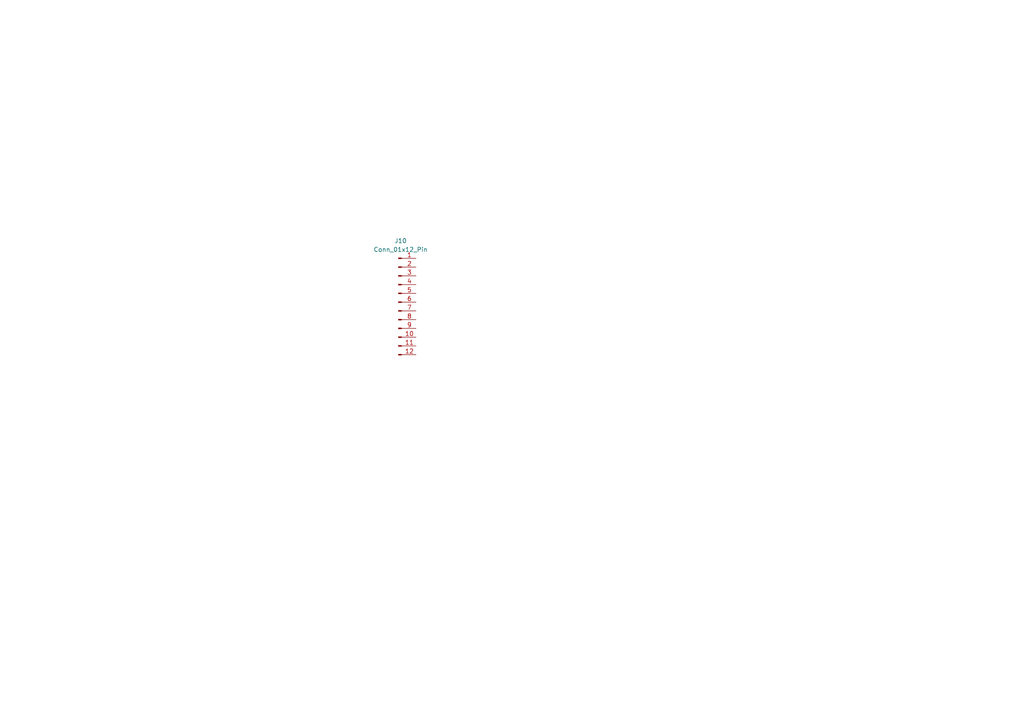
<source format=kicad_sch>
(kicad_sch
	(version 20231120)
	(generator "eeschema")
	(generator_version "8.0")
	(uuid "78292926-e778-420d-a3d2-82dcd1b987b0")
	(paper "A4")
	(lib_symbols
		(symbol "Connector:Conn_01x12_Pin"
			(pin_names
				(offset 1.016) hide)
			(exclude_from_sim no)
			(in_bom yes)
			(on_board yes)
			(property "Reference" "J"
				(at 0 15.24 0)
				(effects
					(font
						(size 1.27 1.27)
					)
				)
			)
			(property "Value" "Conn_01x12_Pin"
				(at 0 -17.78 0)
				(effects
					(font
						(size 1.27 1.27)
					)
				)
			)
			(property "Footprint" ""
				(at 0 0 0)
				(effects
					(font
						(size 1.27 1.27)
					)
					(hide yes)
				)
			)
			(property "Datasheet" "~"
				(at 0 0 0)
				(effects
					(font
						(size 1.27 1.27)
					)
					(hide yes)
				)
			)
			(property "Description" "Generic connector, single row, 01x12, script generated"
				(at 0 0 0)
				(effects
					(font
						(size 1.27 1.27)
					)
					(hide yes)
				)
			)
			(property "ki_locked" ""
				(at 0 0 0)
				(effects
					(font
						(size 1.27 1.27)
					)
				)
			)
			(property "ki_keywords" "connector"
				(at 0 0 0)
				(effects
					(font
						(size 1.27 1.27)
					)
					(hide yes)
				)
			)
			(property "ki_fp_filters" "Connector*:*_1x??_*"
				(at 0 0 0)
				(effects
					(font
						(size 1.27 1.27)
					)
					(hide yes)
				)
			)
			(symbol "Conn_01x12_Pin_1_1"
				(polyline
					(pts
						(xy 1.27 -15.24) (xy 0.8636 -15.24)
					)
					(stroke
						(width 0.1524)
						(type default)
					)
					(fill
						(type none)
					)
				)
				(polyline
					(pts
						(xy 1.27 -12.7) (xy 0.8636 -12.7)
					)
					(stroke
						(width 0.1524)
						(type default)
					)
					(fill
						(type none)
					)
				)
				(polyline
					(pts
						(xy 1.27 -10.16) (xy 0.8636 -10.16)
					)
					(stroke
						(width 0.1524)
						(type default)
					)
					(fill
						(type none)
					)
				)
				(polyline
					(pts
						(xy 1.27 -7.62) (xy 0.8636 -7.62)
					)
					(stroke
						(width 0.1524)
						(type default)
					)
					(fill
						(type none)
					)
				)
				(polyline
					(pts
						(xy 1.27 -5.08) (xy 0.8636 -5.08)
					)
					(stroke
						(width 0.1524)
						(type default)
					)
					(fill
						(type none)
					)
				)
				(polyline
					(pts
						(xy 1.27 -2.54) (xy 0.8636 -2.54)
					)
					(stroke
						(width 0.1524)
						(type default)
					)
					(fill
						(type none)
					)
				)
				(polyline
					(pts
						(xy 1.27 0) (xy 0.8636 0)
					)
					(stroke
						(width 0.1524)
						(type default)
					)
					(fill
						(type none)
					)
				)
				(polyline
					(pts
						(xy 1.27 2.54) (xy 0.8636 2.54)
					)
					(stroke
						(width 0.1524)
						(type default)
					)
					(fill
						(type none)
					)
				)
				(polyline
					(pts
						(xy 1.27 5.08) (xy 0.8636 5.08)
					)
					(stroke
						(width 0.1524)
						(type default)
					)
					(fill
						(type none)
					)
				)
				(polyline
					(pts
						(xy 1.27 7.62) (xy 0.8636 7.62)
					)
					(stroke
						(width 0.1524)
						(type default)
					)
					(fill
						(type none)
					)
				)
				(polyline
					(pts
						(xy 1.27 10.16) (xy 0.8636 10.16)
					)
					(stroke
						(width 0.1524)
						(type default)
					)
					(fill
						(type none)
					)
				)
				(polyline
					(pts
						(xy 1.27 12.7) (xy 0.8636 12.7)
					)
					(stroke
						(width 0.1524)
						(type default)
					)
					(fill
						(type none)
					)
				)
				(rectangle
					(start 0.8636 -15.113)
					(end 0 -15.367)
					(stroke
						(width 0.1524)
						(type default)
					)
					(fill
						(type outline)
					)
				)
				(rectangle
					(start 0.8636 -12.573)
					(end 0 -12.827)
					(stroke
						(width 0.1524)
						(type default)
					)
					(fill
						(type outline)
					)
				)
				(rectangle
					(start 0.8636 -10.033)
					(end 0 -10.287)
					(stroke
						(width 0.1524)
						(type default)
					)
					(fill
						(type outline)
					)
				)
				(rectangle
					(start 0.8636 -7.493)
					(end 0 -7.747)
					(stroke
						(width 0.1524)
						(type default)
					)
					(fill
						(type outline)
					)
				)
				(rectangle
					(start 0.8636 -4.953)
					(end 0 -5.207)
					(stroke
						(width 0.1524)
						(type default)
					)
					(fill
						(type outline)
					)
				)
				(rectangle
					(start 0.8636 -2.413)
					(end 0 -2.667)
					(stroke
						(width 0.1524)
						(type default)
					)
					(fill
						(type outline)
					)
				)
				(rectangle
					(start 0.8636 0.127)
					(end 0 -0.127)
					(stroke
						(width 0.1524)
						(type default)
					)
					(fill
						(type outline)
					)
				)
				(rectangle
					(start 0.8636 2.667)
					(end 0 2.413)
					(stroke
						(width 0.1524)
						(type default)
					)
					(fill
						(type outline)
					)
				)
				(rectangle
					(start 0.8636 5.207)
					(end 0 4.953)
					(stroke
						(width 0.1524)
						(type default)
					)
					(fill
						(type outline)
					)
				)
				(rectangle
					(start 0.8636 7.747)
					(end 0 7.493)
					(stroke
						(width 0.1524)
						(type default)
					)
					(fill
						(type outline)
					)
				)
				(rectangle
					(start 0.8636 10.287)
					(end 0 10.033)
					(stroke
						(width 0.1524)
						(type default)
					)
					(fill
						(type outline)
					)
				)
				(rectangle
					(start 0.8636 12.827)
					(end 0 12.573)
					(stroke
						(width 0.1524)
						(type default)
					)
					(fill
						(type outline)
					)
				)
				(pin passive line
					(at 5.08 12.7 180)
					(length 3.81)
					(name "Pin_1"
						(effects
							(font
								(size 1.27 1.27)
							)
						)
					)
					(number "1"
						(effects
							(font
								(size 1.27 1.27)
							)
						)
					)
				)
				(pin passive line
					(at 5.08 -10.16 180)
					(length 3.81)
					(name "Pin_10"
						(effects
							(font
								(size 1.27 1.27)
							)
						)
					)
					(number "10"
						(effects
							(font
								(size 1.27 1.27)
							)
						)
					)
				)
				(pin passive line
					(at 5.08 -12.7 180)
					(length 3.81)
					(name "Pin_11"
						(effects
							(font
								(size 1.27 1.27)
							)
						)
					)
					(number "11"
						(effects
							(font
								(size 1.27 1.27)
							)
						)
					)
				)
				(pin passive line
					(at 5.08 -15.24 180)
					(length 3.81)
					(name "Pin_12"
						(effects
							(font
								(size 1.27 1.27)
							)
						)
					)
					(number "12"
						(effects
							(font
								(size 1.27 1.27)
							)
						)
					)
				)
				(pin passive line
					(at 5.08 10.16 180)
					(length 3.81)
					(name "Pin_2"
						(effects
							(font
								(size 1.27 1.27)
							)
						)
					)
					(number "2"
						(effects
							(font
								(size 1.27 1.27)
							)
						)
					)
				)
				(pin passive line
					(at 5.08 7.62 180)
					(length 3.81)
					(name "Pin_3"
						(effects
							(font
								(size 1.27 1.27)
							)
						)
					)
					(number "3"
						(effects
							(font
								(size 1.27 1.27)
							)
						)
					)
				)
				(pin passive line
					(at 5.08 5.08 180)
					(length 3.81)
					(name "Pin_4"
						(effects
							(font
								(size 1.27 1.27)
							)
						)
					)
					(number "4"
						(effects
							(font
								(size 1.27 1.27)
							)
						)
					)
				)
				(pin passive line
					(at 5.08 2.54 180)
					(length 3.81)
					(name "Pin_5"
						(effects
							(font
								(size 1.27 1.27)
							)
						)
					)
					(number "5"
						(effects
							(font
								(size 1.27 1.27)
							)
						)
					)
				)
				(pin passive line
					(at 5.08 0 180)
					(length 3.81)
					(name "Pin_6"
						(effects
							(font
								(size 1.27 1.27)
							)
						)
					)
					(number "6"
						(effects
							(font
								(size 1.27 1.27)
							)
						)
					)
				)
				(pin passive line
					(at 5.08 -2.54 180)
					(length 3.81)
					(name "Pin_7"
						(effects
							(font
								(size 1.27 1.27)
							)
						)
					)
					(number "7"
						(effects
							(font
								(size 1.27 1.27)
							)
						)
					)
				)
				(pin passive line
					(at 5.08 -5.08 180)
					(length 3.81)
					(name "Pin_8"
						(effects
							(font
								(size 1.27 1.27)
							)
						)
					)
					(number "8"
						(effects
							(font
								(size 1.27 1.27)
							)
						)
					)
				)
				(pin passive line
					(at 5.08 -7.62 180)
					(length 3.81)
					(name "Pin_9"
						(effects
							(font
								(size 1.27 1.27)
							)
						)
					)
					(number "9"
						(effects
							(font
								(size 1.27 1.27)
							)
						)
					)
				)
			)
		)
	)
	(symbol
		(lib_id "Connector:Conn_01x12_Pin")
		(at 115.57 87.63 0)
		(unit 1)
		(exclude_from_sim no)
		(in_bom yes)
		(on_board yes)
		(dnp no)
		(fields_autoplaced yes)
		(uuid "4c869dfa-8d05-420f-be28-409a63733f17")
		(property "Reference" "J10"
			(at 116.205 69.85 0)
			(effects
				(font
					(size 1.27 1.27)
				)
			)
		)
		(property "Value" "Conn_01x12_Pin"
			(at 116.205 72.39 0)
			(effects
				(font
					(size 1.27 1.27)
				)
			)
		)
		(property "Footprint" ""
			(at 115.57 87.63 0)
			(effects
				(font
					(size 1.27 1.27)
				)
				(hide yes)
			)
		)
		(property "Datasheet" "~"
			(at 115.57 87.63 0)
			(effects
				(font
					(size 1.27 1.27)
				)
				(hide yes)
			)
		)
		(property "Description" "Generic connector, single row, 01x12, script generated"
			(at 115.57 87.63 0)
			(effects
				(font
					(size 1.27 1.27)
				)
				(hide yes)
			)
		)
		(pin "8"
			(uuid "14f8fc91-e8c1-4c65-acfb-81c85140da1c")
		)
		(pin "2"
			(uuid "7a2ea066-8ffe-4216-8cbe-fbf5613c1c7a")
		)
		(pin "12"
			(uuid "cd309acb-6c0f-4f4a-a14f-793df70061ca")
		)
		(pin "7"
			(uuid "6736c710-f7c4-41c6-ae1b-0f1e2cd92e61")
		)
		(pin "1"
			(uuid "669026b3-1f01-4cde-a387-fb4a0ff92a29")
		)
		(pin "10"
			(uuid "97646a85-f557-404f-a01f-0ce7e7642dce")
		)
		(pin "3"
			(uuid "855e7c46-64f2-402f-82a3-45722e2a673c")
		)
		(pin "4"
			(uuid "1dc4ded6-1ebb-491b-9aca-51dfa8d022b9")
		)
		(pin "5"
			(uuid "f6d4caba-6db4-4cd1-89b9-f61c6c27515f")
		)
		(pin "11"
			(uuid "6c3f7ef4-b792-407d-bc35-677becd760ce")
		)
		(pin "6"
			(uuid "e39448ae-863e-4aa1-8eaf-cce5c7048728")
		)
		(pin "9"
			(uuid "522fefa0-2c17-486a-87f0-1b7c3309d9d6")
		)
		(instances
			(project "1U Backplane"
				(path "/f116b78d-6426-4cfa-af3a-480932d1a135/128d9b2f-23a7-4b99-a5b6-9ef22a7fba47"
					(reference "J10")
					(unit 1)
				)
				(path "/f116b78d-6426-4cfa-af3a-480932d1a135/b03cce2b-014c-4777-84eb-67ee99f500ec"
					(reference "J10")
					(unit 1)
				)
			)
		)
	)
)

</source>
